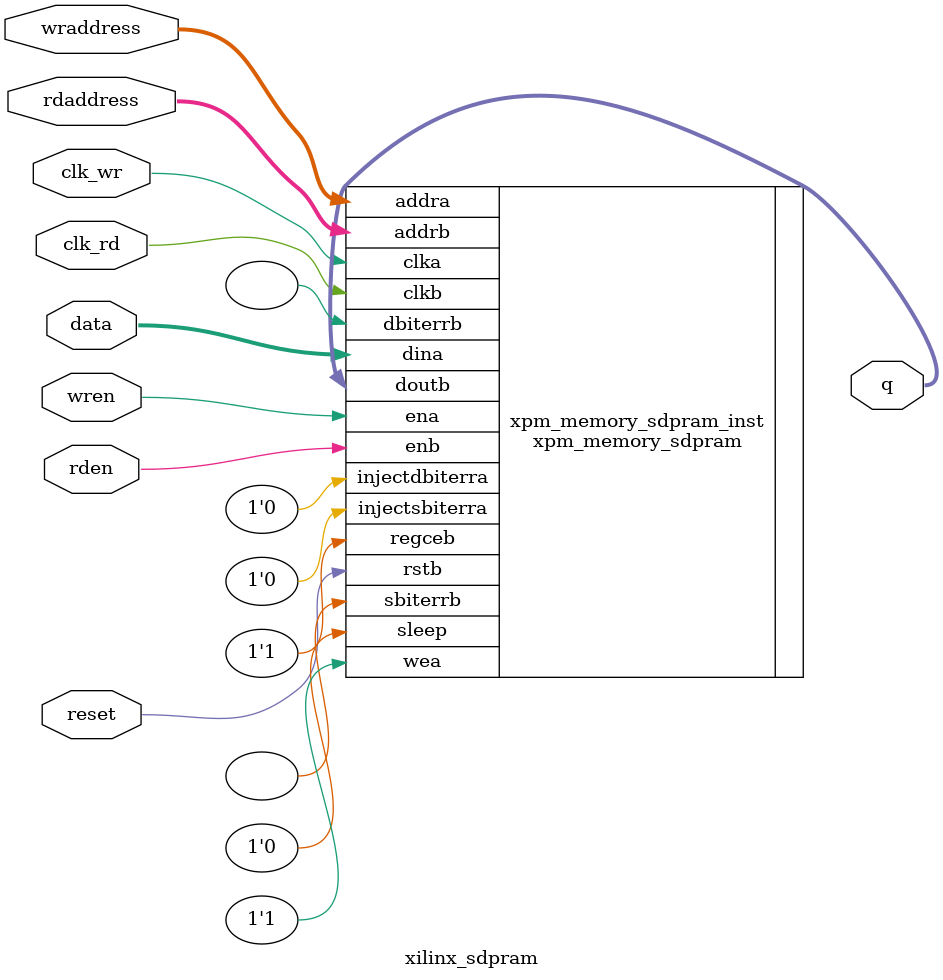
<source format=v>
module xilinx_sdpram #(
    parameter RAM_DEEP  =11,
    parameter RAM_WIDTH =8,
    parameter R_LATENCY =1,
    parameter BRAM_TYPE ="block"
)(
    input                               clk_wr      ,   //i1:
    input                               clk_rd      ,   //i1:
    input                               reset       ,   //i1:
    input                               wren        ,   //i1:
    input           [RAM_DEEP - 1:0]    wraddress   ,   //col_index[RAM_WIDTH]:
    input           [RAM_WIDTH - 1:0]   data        ,   //col_index[RAM_WIDTH]:
    input                               rden        ,   //i1:
    input           [RAM_DEEP - 1:0]    rdaddress   ,   //col_index[RAM_WIDTH]:
    output  wire    [RAM_WIDTH - 1:0]   q               //o[RAM_WIDTH]:
);
// XPM_MEMORY instantiation template for Simple Dual Port RAM configurations
// Refer to the targeted device family architecture libraries guide for XPM_MEMORY documentation
// =======================================================================================================================

// Parameter usage table, organized as follows:
// +---------------------------------------------------------------------------------------------------------------------+
// | Parameter name       | Data type          | Restrictions, if applicable                                             |
// |---------------------------------------------------------------------------------------------------------------------|
// | Description                                                                                                         |
// +---------------------------------------------------------------------------------------------------------------------+
// +---------------------------------------------------------------------------------------------------------------------+
// | ADDR_WIDTH_A         | Integer            | Range: 1 - 20. Default value = 6.                                       |
// |---------------------------------------------------------------------------------------------------------------------|
// | Specify the width of the port A address port addra, in bits.                                                        |
// | Must be large enough to access the entire memory from port A, i.e. = $clog2(MEMORY_SIZE/WRITE_DATA_WIDTH_A).        |
// +---------------------------------------------------------------------------------------------------------------------+
// | ADDR_WIDTH_B         | Integer            | Range: 1 - 20. Default value = 6.                                       |
// |---------------------------------------------------------------------------------------------------------------------|
// | Specify the width of the port B address port addrb, in bits.                                                        |
// | Must be large enough to access the entire memory from port B, i.e. = $clog2(MEMORY_SIZE/READ_DATA_WIDTH_B).         |
// +---------------------------------------------------------------------------------------------------------------------+
// | AUTO_SLEEP_TIME      | Integer            | Range: 0 - 15. Default value = 0.                                       |
// |---------------------------------------------------------------------------------------------------------------------|
// | Number of clk[a|b] cycles to auto-sleep, if feature is available in architecture.                                   |
// |                                                                                                                     |
// |   0 - Disable auto-sleep feature                                                                                    |
// |   3-15 - Number of auto-sleep latency cycles                                                                        |
// |                                                                                                                     |
// | Do not change from the value provided in the template instantiation.                                                |
// +---------------------------------------------------------------------------------------------------------------------+
// | BYTE_WRITE_WIDTH_A   | Integer            | Range: 1 - 4608. Default value = 32.                                    |
// |---------------------------------------------------------------------------------------------------------------------|
// | To enable byte-wide writes on port A, specify the byte width, in bits.                                              |
// |                                                                                                                     |
// |   8- 8-bit byte-wide writes, legal when WRITE_DATA_WIDTH_A is an integer multiple of 8                              |
// |   9- 9-bit byte-wide writes, legal when WRITE_DATA_WIDTH_A is an integer multiple of 9                              |
// |                                                                                                                     |
// | Or to enable word-wide writes on port A, specify the same value as for WRITE_DATA_WIDTH_A.                          |
// +---------------------------------------------------------------------------------------------------------------------+
// | CASCADE_HEIGHT       | Integer            | Range: 0 - 64. Default value = 0.                                       |
// |---------------------------------------------------------------------------------------------------------------------|
// | 0- No Cascade Height, Allow Vivado Synthesis to choose.                                                             |
// | 1 or more - Vivado Synthesis sets the specified value as Cascade Height.                                            |
// +---------------------------------------------------------------------------------------------------------------------+
// | CLOCKING_MODE        | String             | Allowed values: common_clock, independent_clock. Default value = common_clock.|
// |---------------------------------------------------------------------------------------------------------------------|
// | Designate whether port A and port B are clocked with a common clock or with independent clocks.                     |
// |                                                                                                                     |
// |   "common_clock"- Common clocking; clock both port A and port B with clka                                           |
// |   "independent_clock"- Independent clocking; clock port A with clka and port B with clkb                            |
// +---------------------------------------------------------------------------------------------------------------------+
// | ECC_MODE             | String             | Allowed values: no_ecc, both_encode_and_decode, decode_only, encode_only. Default value = no_ecc.|
// |---------------------------------------------------------------------------------------------------------------------|
// |                                                                                                                     |
// |   "no_ecc" - Disables ECC                                                                                           |
// |   "encode_only" - Enables ECC Encoder only                                                                          |
// |   "decode_only" - Enables ECC Decoder only                                                                          |
// |   "both_encode_and_decode" - Enables both ECC Encoder and Decoder                                                   |
// +---------------------------------------------------------------------------------------------------------------------+
// | MEMORY_INIT_FILE     | String             | Default value = none.                                                   |
// |---------------------------------------------------------------------------------------------------------------------|
// | Specify "none" (including quotes) for no memory initialization, or specify the name of a memory initialization file.|
// | Enter only the name of the file with .mem extension, including quotes but without path (e.g. "my_file.mem").        |
// | File format must be ASCII and consist of only hexadecimal values organized into the specified depth by              |
// | narrowest data width generic value of the memory. See the Memory File (MEM) section for more                        |
// | information on the syntax. Initialization of memory happens through the file name specified only when parameter     |
// | MEMORY_INIT_PARAM value is equal to "".                                                                             |
// | When using XPM_MEMORY in a project, add the specified file to the Vivado project as a design source.                |
// +---------------------------------------------------------------------------------------------------------------------+
// | MEMORY_INIT_PARAM    | String             | Default value = 0.                                                      |
// |---------------------------------------------------------------------------------------------------------------------|
// | Specify "" or "0" (including quotes) for no memory initialization through parameter, or specify the string          |
// | containing the hex characters. Enter only hex characters with each location separated by delimiter (,).             |
// | Parameter format must be ASCII and consist of only hexadecimal values organized into the specified depth by         |
// | narrowest data width generic value of the memory.For example, if the narrowest data width is 8, and the depth of    |
// | memory is 8 locations, then the parameter value should be passed as shown below.                                    |
// | parameter MEMORY_INIT_PARAM = "AB,CD,EF,1,2,34,56,78"                                                               |
// | Where "AB" is the 0th location and "78" is the 7th location.                                                        |
// +---------------------------------------------------------------------------------------------------------------------+
// | MEMORY_OPTIMIZATION  | String             | Allowed values: true, false. Default value = true.                      |
// |---------------------------------------------------------------------------------------------------------------------|
// | Specify "true" to enable the optimization of unused memory or bits in the memory structure. Specify "false" to      |
// | disable the optimization of unused memory or bits in the memory structure.                                          |
// +---------------------------------------------------------------------------------------------------------------------+
// | MEMORY_PRIMITIVE     | String             | Allowed values: auto, block, distributed, ultra. Default value = auto.  |
// |---------------------------------------------------------------------------------------------------------------------|
// | Designate the memory primitive (resource type) to use.                                                              |
// |                                                                                                                     |
// |   "auto"- Allow Vivado Synthesis to choose                                                                          |
// |   "distributed"- Distributed memory                                                                                 |
// |   "block"- Block memory                                                                                             |
// |   "ultra"- Ultra RAM memory                                                                                         |
// |                                                                                                                     |
// | NOTE: There may be a behavior mismatch if Block RAM or Ultra RAM specific features, like ECC or Asymmetry, are selected with MEMORY_PRIMITIVE set to "auto".|
// +---------------------------------------------------------------------------------------------------------------------+
// | MEMORY_SIZE          | Integer            | Range: 2 - 150994944. Default value = 2048.                             |
// |---------------------------------------------------------------------------------------------------------------------|
// | Specify the total memory array size, in bits. For example, enter 65536 for a 2kx32 RAM.                             |
// |                                                                                                                     |
// |   When ECC is enabled and set to "encode_only", then the memory size has to be multiples of READ_DATA_WIDTH_B       |
// |   When ECC is enabled and set to "decode_only", then the memory size has to be multiples of WRITE_DATA_WIDTH_A      |
// +---------------------------------------------------------------------------------------------------------------------+
// | MESSAGE_CONTROL      | Integer            | Range: 0 - 1. Default value = 0.                                        |
// |---------------------------------------------------------------------------------------------------------------------|
// | Specify 1 to enable the dynamic message reporting such as collision warnings, and 0 to disable the message reporting|
// +---------------------------------------------------------------------------------------------------------------------+
// | READ_DATA_WIDTH_B    | Integer            | Range: 1 - 4608. Default value = 32.                                    |
// |---------------------------------------------------------------------------------------------------------------------|
// | Specify the width of the port B read data output port doutb, in bits.                                               |
// |                                                                                                                     |
// |   When ECC is enabled and set to "encode_only", then READ_DATA_WIDTH_B has to be multiples of 72-bits               |
// |   When ECC is enabled and set to "decode_only" or "both_encode_and_decode", then READ_DATA_WIDTH_B has to be        |
// | multiples of 64-bits                                                                                                |
// +---------------------------------------------------------------------------------------------------------------------+
// | READ_LATENCY_B       | Integer            | Range: 0 - 100. Default value = 2.                                      |
// |---------------------------------------------------------------------------------------------------------------------|
// | Specify the number of register stages in the port B read data pipeline. Read data output to port doutb takes this   |
// | number of clkb cycles (clka when CLOCKING_MODE is "common_clock").                                                  |
// | To target block memory, a value of 1 or larger is required- 1 causes use of memory latch only; 2 causes use of      |
// | output register. To target distributed memory, a value of 0 or larger is required- 0 indicates combinatorial output.|
// | Values larger than 2 synthesize additional flip-flops that are not retimed into memory primitives.                  |
// +---------------------------------------------------------------------------------------------------------------------+
// | READ_RESET_VALUE_B   | String             | Default value = 0.                                                      |
// |---------------------------------------------------------------------------------------------------------------------|
// | Specify the reset value of the port B final output register stage in response to rstb input port is assertion.      |
// | As this parameter is a string, please specify the hex values inside double quotes. As an example,                   |
// | If the read data width is 8, then specify READ_RESET_VALUE_B = "EA";                                                |
// | When ECC is enabled, reset value is not supported.                                                                  |
// +---------------------------------------------------------------------------------------------------------------------+
// | RST_MODE_A           | String             | Allowed values: SYNC, ASYNC. Default value = SYNC.                      |
// |---------------------------------------------------------------------------------------------------------------------|
// | Describes the behaviour of the reset                                                                                |
// |                                                                                                                     |
// |   "SYNC" - when reset is applied, synchronously resets output port douta to the value specified by parameter READ_RESET_VALUE_A|
// |   "ASYNC" - when reset is applied, asynchronously resets output port douta to zero                                  |
// +---------------------------------------------------------------------------------------------------------------------+
// | RST_MODE_B           | String             | Allowed values: SYNC, ASYNC. Default value = SYNC.                      |
// |---------------------------------------------------------------------------------------------------------------------|
// | Describes the behaviour of the reset                                                                                |
// |                                                                                                                     |
// |   "SYNC" - when reset is applied, synchronously resets output port doutb to the value specified by parameter READ_RESET_VALUE_B|
// |   "ASYNC" - when reset is applied, asynchronously resets output port doutb to zero                                  |
// +---------------------------------------------------------------------------------------------------------------------+
// | SIM_ASSERT_CHK       | Integer            | Range: 0 - 1. Default value = 0.                                        |
// |---------------------------------------------------------------------------------------------------------------------|
// | 0- Disable simulation message reporting. Messages related to potential misuse will not be reported.                 |
// | 1- Enable simulation message reporting. Messages related to potential misuse will be reported.                      |
// +---------------------------------------------------------------------------------------------------------------------+
// | USE_EMBEDDED_CONSTRAINT| Integer            | Range: 0 - 1. Default value = 0.                                        |
// |---------------------------------------------------------------------------------------------------------------------|
// | Specify 1 to enable the set_false_path constraint addition between clka of Distributed RAM and doutb_reg on clkb    |
// +---------------------------------------------------------------------------------------------------------------------+
// | USE_MEM_INIT         | Integer            | Range: 0 - 1. Default value = 1.                                        |
// |---------------------------------------------------------------------------------------------------------------------|
// | Specify 1 to enable the generation of below message and 0 to disable generation of the following message completely.|
// | "INFO - MEMORY_INIT_FILE and MEMORY_INIT_PARAM together specifies no memory initialization.                         |
// | Initial memory contents will be all 0s."                                                                            |
// | NOTE: This message gets generated only when there is no Memory Initialization specified either through file or      |
// | Parameter.                                                                                                          |
// +---------------------------------------------------------------------------------------------------------------------+
// | WAKEUP_TIME          | String             | Allowed values: disable_sleep, use_sleep_pin. Default value = disable_sleep.|
// |---------------------------------------------------------------------------------------------------------------------|
// | Specify "disable_sleep" to disable dynamic power saving option, and specify "use_sleep_pin" to enable the           |
// | dynamic power saving option                                                                                         |
// +---------------------------------------------------------------------------------------------------------------------+
// | WRITE_DATA_WIDTH_A   | Integer            | Range: 1 - 4608. Default value = 32.                                    |
// |---------------------------------------------------------------------------------------------------------------------|
// | multiples of 64-bits                                                                                                |
// | When ECC is enabled and set to "decode_only", then WRITE_DATA_WIDTH_A has to be multiples of 72-bits                |
// +---------------------------------------------------------------------------------------------------------------------+
// | WRITE_MODE_B         | String             | Allowed values: no_change, read_first, write_first. Default value = no_change.|
// |---------------------------------------------------------------------------------------------------------------------|
// | Write mode behavior for port B output data port, doutb.                                                             |
// +---------------------------------------------------------------------------------------------------------------------+

// Port usage table, organized as follows:
// +---------------------------------------------------------------------------------------------------------------------+
// | Port name      | Direction | Size, in bits                         | Domain  | Sense       | Handling if unused     |
// |---------------------------------------------------------------------------------------------------------------------|
// | Description                                                                                                         |
// +---------------------------------------------------------------------------------------------------------------------+
// +---------------------------------------------------------------------------------------------------------------------+
// | addra          | Input     | ADDR_WIDTH_A                          | clka    | NA          | Required               |
// |---------------------------------------------------------------------------------------------------------------------|
// | Address for port A write operations.                                                                                |
// +---------------------------------------------------------------------------------------------------------------------+
// | addrb          | Input     | ADDR_WIDTH_B                          | clkb    | NA          | Required               |
// |---------------------------------------------------------------------------------------------------------------------|
// | Address for port B read operations.                                                                                 |
// +---------------------------------------------------------------------------------------------------------------------+
// | clka           | Input     | 1                                     | NA      | Rising edge | Required               |
// |---------------------------------------------------------------------------------------------------------------------|
// | Clock signal for port A. Also clocks port B when parameter CLOCKING_MODE is "common_clock".                         |
// +---------------------------------------------------------------------------------------------------------------------+
// | clkb           | Input     | 1                                     | NA      | Rising edge | Required               |
// |---------------------------------------------------------------------------------------------------------------------|
// | Clock signal for port B when parameter CLOCKING_MODE is "independent_clock".                                        |
// | Unused when parameter CLOCKING_MODE is "common_clock".                                                              |
// +---------------------------------------------------------------------------------------------------------------------+
// | dbiterrb       | Output    | 1                                     | clkb    | Active-high | DoNotCare              |
// |---------------------------------------------------------------------------------------------------------------------|
// | Status signal to indicate double bit error occurrence on the data output of port B.                                 |
// +---------------------------------------------------------------------------------------------------------------------+
// | dina           | Input     | WRITE_DATA_WIDTH_A                    | clka    | NA          | Required               |
// |---------------------------------------------------------------------------------------------------------------------|
// | Data input for port A write operations.                                                                             |
// +---------------------------------------------------------------------------------------------------------------------+
// | doutb          | Output    | READ_DATA_WIDTH_B                     | clkb    | NA          | Required               |
// |---------------------------------------------------------------------------------------------------------------------|
// | Data output for port B read operations.                                                                             |
// +---------------------------------------------------------------------------------------------------------------------+
// | ena            | Input     | 1                                     | clka    | Active-high | Required               |
// |---------------------------------------------------------------------------------------------------------------------|
// | Memory enable signal for port A.                                                                                    |
// | Must be high on clock cycles when write operations are initiated. Pipelined internally.                             |
// +---------------------------------------------------------------------------------------------------------------------+
// | enb            | Input     | 1                                     | clkb    | Active-high | Required               |
// |---------------------------------------------------------------------------------------------------------------------|
// | Memory enable signal for port B.                                                                                    |
// | Must be high on clock cycles when read operations are initiated. Pipelined internally.                              |
// +---------------------------------------------------------------------------------------------------------------------+
// | injectdbiterra | Input     | 1                                     | clka    | Active-high | Tie to 1'b0            |
// |---------------------------------------------------------------------------------------------------------------------|
// | Controls double bit error injection on input data when ECC enabled (Error injection capability is not available in  |
// | "decode_only" mode).                                                                                                |
// +---------------------------------------------------------------------------------------------------------------------+
// | injectsbiterra | Input     | 1                                     | clka    | Active-high | Tie to 1'b0            |
// |---------------------------------------------------------------------------------------------------------------------|
// | Controls single bit error injection on input data when ECC enabled (Error injection capability is not available in  |
// | "decode_only" mode).                                                                                                |
// +---------------------------------------------------------------------------------------------------------------------+
// | regceb         | Input     | 1                                     | clkb    | Active-high | Tie to 1'b1            |
// |---------------------------------------------------------------------------------------------------------------------|
// | Clock Enable for the last register stage on the output data path.                                                   |
// +---------------------------------------------------------------------------------------------------------------------+
// | rstb           | Input     | 1                                     | clkb    | Active-high | Required               |
// |---------------------------------------------------------------------------------------------------------------------|
// | Reset signal for the final port B output register stage.                                                            |
// | Synchronously resets output port doutb to the value specified by parameter READ_RESET_VALUE_B.                      |
// +---------------------------------------------------------------------------------------------------------------------+
// | sbiterrb       | Output    | 1                                     | clkb    | Active-high | DoNotCare              |
// |---------------------------------------------------------------------------------------------------------------------|
// | Status signal to indicate single bit error occurrence on the data output of port B.                                 |
// +---------------------------------------------------------------------------------------------------------------------+
// | sleep          | Input     | 1                                     | NA      | Active-high | Tie to 1'b0            |
// |---------------------------------------------------------------------------------------------------------------------|
// | sleep signal to enable the dynamic power saving feature.                                                            |
// +---------------------------------------------------------------------------------------------------------------------+
// | wea            | Input     | WRITE_DATA_WIDTH_A                    | clka    | Active-high | Required               |
// |---------------------------------------------------------------------------------------------------------------------|
// | Write enable vector for port A input data port dina. 1 bit wide when word-wide writes are used.                     |
// | In byte-wide write configurations, each bit controls the writing one byte of dina to address addra.                 |
// | For example, to synchronously write only bits [15-8] of dina when WRITE_DATA_WIDTH_A is 32, wea would be 4'b0010.   |
// +---------------------------------------------------------------------------------------------------------------------+


// xpm_memory_sdpram : In order to incorporate this function into the design,
//      Verilog      : the following instance declaration needs to be placed
//     instance      : in the body of the design code.  The instance name
//    declaration    : (xpm_memory_sdpram_inst) and/or the port declarations within the
//       code        : parenthesis may be changed to properly reference and
//                   : connect this function to the design.  All inputs
//                   : and outputs must be connected.

//  Please reference the appropriate libraries guide for additional information on the XPM modules.

//  <-----Cut code below this line---->

   // xpm_memory_sdpram: Simple Dual Port RAM
   // Xilinx Parameterized Macro, version 2019.1

   xpm_memory_sdpram #(
      .ADDR_WIDTH_A            (RAM_DEEP),              // DECIMAL
      .ADDR_WIDTH_B            (RAM_DEEP),              // DECIMAL
      .AUTO_SLEEP_TIME         (0),                     // DECIMAL
      .BYTE_WRITE_WIDTH_A      (RAM_WIDTH),             // DECIMAL
      //.CASCADE_HEIGHT          (0),                     // DECIMAL
      .CLOCKING_MODE           ("common_clock"),        // String
      .ECC_MODE                ("no_ecc"),              // String
      .MEMORY_INIT_FILE        ("none"),                // String
      .MEMORY_INIT_PARAM       ("0"),                   // String
      .MEMORY_OPTIMIZATION     ("true"),                // String
      .MEMORY_PRIMITIVE        (BRAM_TYPE),               // String
      .MEMORY_SIZE             (2**RAM_DEEP*RAM_WIDTH), // DECIMAL
      .MESSAGE_CONTROL         (0),                     // DECIMAL
      .READ_DATA_WIDTH_B       (RAM_WIDTH),             // DECIMAL
      .READ_LATENCY_B          (R_LATENCY),             // DECIMAL
      .READ_RESET_VALUE_B      ("0"),                   // String
      .RST_MODE_A              ("SYNC"),                // String
      .RST_MODE_B              ("SYNC"),                // String
      //.SIM_ASSERT_CHK          (0),                     // DECIMAL; 0=disable simulation messages, 1=enable simulation messages
      .USE_EMBEDDED_CONSTRAINT (0),                     // DECIMAL
      .USE_MEM_INIT            (1),                     // DECIMAL
      .WAKEUP_TIME             ("disable_sleep"),       // String
      .WRITE_DATA_WIDTH_A      (RAM_WIDTH),             // DECIMAL
      .WRITE_MODE_B            ("read_first")            // String
   )
   xpm_memory_sdpram_inst (
      .dbiterrb                                       ( ),         // 1-bit output: Status signal to indicate double bit error occurrence
                                                                   // on the data output of port B.

      .doutb                                          (q),         // READ_DATA_WIDTH_B-bit output: Data output for port B read operations.
      .sbiterrb                                       ( ),         // 1-bit output: Status signal to indicate single bit error occurrence
                                                                   // on the data output of port B.

      .addra                                          (wraddress), // ADDR_WIDTH_A-bit input: Address for port A write operations.
      .addrb                                          (rdaddress), // ADDR_WIDTH_B-bit input: Address for port B read operations.
      .clka                                           (clk_wr),    // 1-bit input: Clock signal for port A. Also clocks port B when
                                                                   // parameter CLOCKING_MODE is "common_clock".

      .clkb                                           (clk_rd),    // 1-bit input: Clock signal for port B when parameter CLOCKING_MODE is
                                                                   // "independent_clock". Unused when parameter CLOCKING_MODE is
                                                                   // "common_clock".

      .dina                                           (data),      // WRITE_DATA_WIDTH_A-bit input: Data input for port A write operations.
      .ena                                            (wren),      // 1-bit input: Memory enable signal for port A. Must be high on clock
                                                                   // cycles when write operations are initiated. Pipelined internally.

      .enb                                            (rden),      // 1-bit input: Memory enable signal for port B. Must be high on clock
                                                                   // cycles when read operations are initiated. Pipelined internally.

      .injectdbiterra                                 (1'b0),      // 1-bit input: Controls double bit error injection on input data when
                                                                   // ECC enabled (Error injection capability is not available in
                                                                   // "decode_only" mode).

      .injectsbiterra                                 (1'b0),      // 1-bit input: Controls single bit error injection on input data when
                                                                   // ECC enabled (Error injection capability is not available in
                                                                   // "decode_only" mode).

      .regceb                                         (1'b1),      // 1-bit input: Clock Enable for the last register stage on the output
                                                                   // data path.

      .rstb                                           (reset),     // 1-bit input: Reset signal for the final port B output register stage.
                                                                   // Synchronously resets output port doutb to the value specified by
                                                                   // parameter READ_RESET_VALUE_B.

      .sleep                                          (1'b0),      // 1-bit input: sleep signal to enable the dynamic power saving feature.
      .wea                                            (1'b1)       // WRITE_DATA_WIDTH_A-bit input: Write enable vector for port A input
                                                                   // data port dina. 1 bit wide when word-wide writes are used. In
                                                                   // byte-wide write configurations, each bit controls the writing one
                                                                   // byte of dina to address addra. For example, to synchronously write
                                                                   // only bits [15-8] of dina when WRITE_DATA_WIDTH_A is 32, wea would be
                                                                   // 4'b0010.

   );

   // End of xpm_memory_sdpram_inst instantiation
				
				

endmodule
</source>
